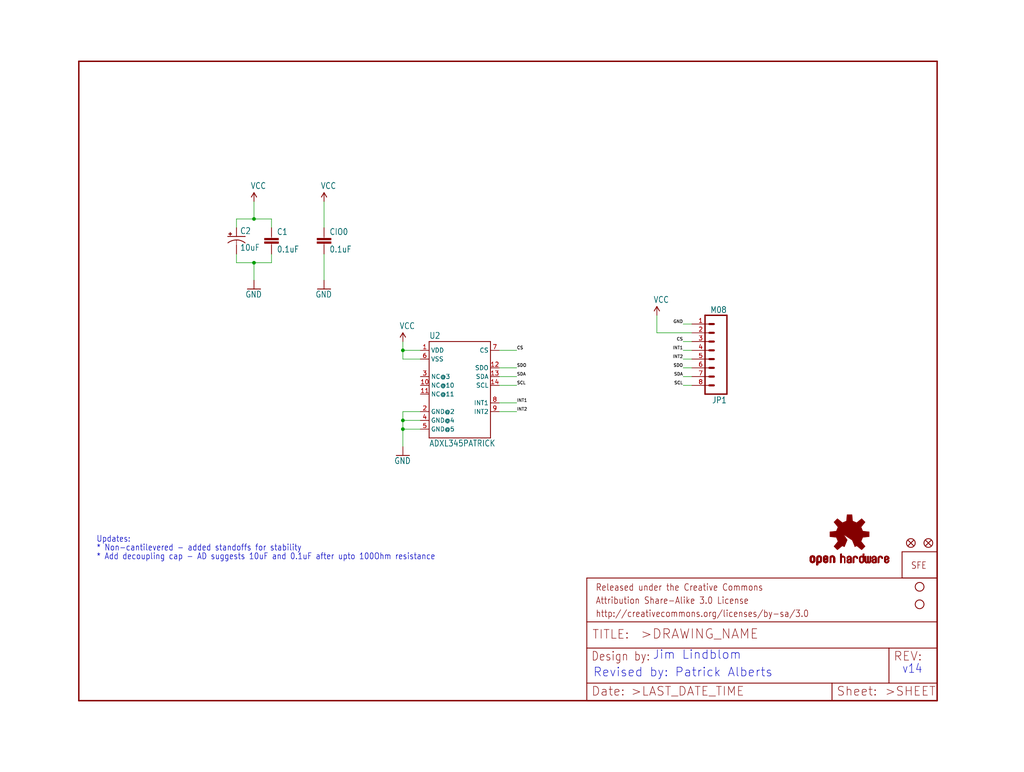
<source format=kicad_sch>
(kicad_sch (version 20211123) (generator eeschema)
  (paper "User" 297.002 223.926)
  (lib_symbols
    (symbol "eagleSchem-eagle-import:ADXL345PATRICK"
      (property "Reference" "U" (at -7.62 13.462 0))
      (property "Value" "ADXL345PATRICK" (at -7.62 -17.78 0))
      (symbol "ADXL345PATRICK_1_0"
        (pin bidirectional line (at -10.16 10.16 0) (length 2.54) (name "VDD") (number "1"))
        (pin bidirectional line (at -10.16 0 0) (length 2.54) (name "NC@10") (number "10"))
        (pin bidirectional line (at -10.16 -2.54 0) (length 2.54) (name "NC@11") (number "11"))
        (pin bidirectional line (at 12.7 5.08 180) (length 2.54) (name "SDO") (number "12"))
        (pin bidirectional line (at 12.7 2.54 180) (length 2.54) (name "SDA") (number "13"))
        (pin bidirectional line (at 12.7 0 180) (length 2.54) (name "SCL") (number "14"))
        (pin bidirectional line (at -10.16 -7.62 0) (length 2.54) (name "GND@2") (number "2"))
        (pin bidirectional line (at -10.16 2.54 0) (length 2.54) (name "NC@3") (number "3"))
        (pin bidirectional line (at -10.16 -10.16 0) (length 2.54) (name "GND@4") (number "4"))
        (pin bidirectional line (at -10.16 -12.7 0) (length 2.54) (name "GND@5") (number "5"))
        (pin bidirectional line (at -10.16 7.62 0) (length 2.54) (name "VSS") (number "6"))
        (pin bidirectional line (at 12.7 10.16 180) (length 2.54) (name "CS") (number "7"))
        (pin bidirectional line (at 12.7 -5.08 180) (length 2.54) (name "INT1") (number "8"))
        (pin bidirectional line (at 12.7 -7.62 180) (length 2.54) (name "INT2") (number "9"))
      )
    )
    (symbol "eagleSchem-eagle-import:CAP0603-CAP"
      (property "Reference" "C" (at 1.524 2.921 0))
      (property "Value" "CAP0603-CAP" (at 1.524 -2.159 0))
      (symbol "CAP0603-CAP_1_0"
        (pin passive line (at 0 5.08 270) (length 2.54) (name "1") (number "1"))
        (pin passive line (at 0 -2.54 90) (length 2.54) (name "2") (number "2"))
      )
    )
    (symbol "eagleSchem-eagle-import:CAP_POL1206"
      (property "Reference" "C" (at 1.016 0.635 0))
      (property "Value" "CAP_POL1206" (at 1.016 -4.191 0))
      (symbol "CAP_POL1206_1_0"
        (pin passive line (at 0 2.54 270) (length 2.54) (name "+") (number "A"))
        (pin passive line (at 0 -5.08 90) (length 2.54) (name "-") (number "C"))
      )
    )
    (symbol "eagleSchem-eagle-import:FIDUCIAL1X2")
    (symbol "eagleSchem-eagle-import:FRAME-LETTER"
      (symbol "FRAME-LETTER_2_0"
        (text ">DRAWING_NAME" (at 15.494 17.78 0) (effects (font (size 2.7432 2.7432)) (justify left bottom)))
        (text ">LAST_DATE_TIME" (at 12.7 1.27 0) (effects (font (size 2.54 2.54)) (justify left bottom)))
        (text ">SHEET" (at 86.36 1.27 0) (effects (font (size 2.54 2.54)) (justify left bottom)))
        (text "Attribution Share-Alike 3.0 License" (at 2.54 27.94 0) (effects (font (size 1.9304 1.6408)) (justify left bottom)))
        (text "Date:" (at 1.27 1.27 0) (effects (font (size 2.54 2.54)) (justify left bottom)))
        (text "Design by:" (at 1.27 11.43 0) (effects (font (size 2.54 2.159)) (justify left bottom)))
        (text "http://creativecommons.org/licenses/by-sa/3.0" (at 2.54 24.13 0) (effects (font (size 1.9304 1.6408)) (justify left bottom)))
        (text "Released under the Creative Commons" (at 2.54 31.75 0) (effects (font (size 1.9304 1.6408)) (justify left bottom)))
        (text "REV:" (at 88.9 11.43 0) (effects (font (size 2.54 2.54)) (justify left bottom)))
        (text "Sheet:" (at 72.39 1.27 0) (effects (font (size 2.54 2.54)) (justify left bottom)))
        (text "TITLE:" (at 1.524 17.78 0) (effects (font (size 2.54 2.54)) (justify left bottom)))
      )
    )
    (symbol "eagleSchem-eagle-import:GND" (power)
      (property "Value" "GND" (at -2.54 -2.54 0))
      (symbol "GND_1_0"
        (pin power_in line (at 0 2.54 270) (length 2.54) (name "GND") (number "1"))
      )
    )
    (symbol "eagleSchem-eagle-import:LOGO-SFENEW"
      (symbol "LOGO-SFENEW_1_0"
        (text "SFE" (at 0 0 0) (effects (font (size 1.9304 1.6408)) (justify left bottom)))
      )
    )
    (symbol "eagleSchem-eagle-import:M08"
      (property "Reference" "JP" (at -5.08 13.462 0))
      (property "Value" "M08" (at -5.08 -12.7 0))
      (symbol "M08_1_0"
        (pin passive line (at 5.08 -7.62 180) (length 5.08) (name "1") (number "1"))
        (pin passive line (at 5.08 -5.08 180) (length 5.08) (name "2") (number "2"))
        (pin passive line (at 5.08 -2.54 180) (length 5.08) (name "3") (number "3"))
        (pin passive line (at 5.08 0 180) (length 5.08) (name "4") (number "4"))
        (pin passive line (at 5.08 2.54 180) (length 5.08) (name "5") (number "5"))
        (pin passive line (at 5.08 5.08 180) (length 5.08) (name "6") (number "6"))
        (pin passive line (at 5.08 7.62 180) (length 5.08) (name "7") (number "7"))
        (pin passive line (at 5.08 10.16 180) (length 5.08) (name "8") (number "8"))
      )
    )
    (symbol "eagleSchem-eagle-import:OSHW-LOGOS")
    (symbol "eagleSchem-eagle-import:STAND-OFF")
    (symbol "eagleSchem-eagle-import:VCC" (power)
      (property "Value" "VCC" (at -1.016 3.556 0))
      (symbol "VCC_1_0"
        (pin power_in line (at 0 0 90) (length 2.54) (name "VCC") (number "1"))
      )
    )
  )
  (junction (at 116.84 101.6))
  (junction (at 73.66 63.5))
  (junction (at 116.84 121.92))
  (junction (at 73.66 76.2))
  (junction (at 116.84 124.46))
  (wire (pts (xy 121.92 119.38) (xy 116.84 119.38)))
  (wire (pts (xy 93.98 81.28) (xy 93.98 73.66)))
  (wire (pts (xy 190.5 96.52) (xy 200.66 96.52)))
  (wire (pts (xy 144.78 106.68) (xy 149.86 106.68)))
  (wire (pts (xy 200.66 104.14) (xy 198.12 104.14)))
  (wire (pts (xy 73.66 76.2) (xy 73.66 81.28)))
  (wire (pts (xy 68.58 76.2) (xy 73.66 76.2)))
  (wire (pts (xy 144.78 116.84) (xy 149.86 116.84)))
  (wire (pts (xy 68.58 73.66) (xy 68.58 76.2)))
  (wire (pts (xy 200.66 99.06) (xy 198.12 99.06)))
  (wire (pts (xy 144.78 119.38) (xy 149.86 119.38)))
  (wire (pts (xy 190.5 96.52) (xy 190.5 91.44)))
  (wire (pts (xy 121.92 104.14) (xy 116.84 104.14)))
  (wire (pts (xy 121.92 124.46) (xy 116.84 124.46)))
  (wire (pts (xy 200.66 109.22) (xy 198.12 109.22)))
  (wire (pts (xy 116.84 124.46) (xy 116.84 129.54)))
  (wire (pts (xy 144.78 109.22) (xy 149.86 109.22)))
  (wire (pts (xy 116.84 121.92) (xy 116.84 124.46)))
  (wire (pts (xy 121.92 121.92) (xy 116.84 121.92)))
  (wire (pts (xy 73.66 63.5) (xy 73.66 58.42)))
  (wire (pts (xy 78.74 63.5) (xy 73.66 63.5)))
  (wire (pts (xy 200.66 101.6) (xy 198.12 101.6)))
  (wire (pts (xy 116.84 101.6) (xy 116.84 99.06)))
  (wire (pts (xy 200.66 106.68) (xy 198.12 106.68)))
  (wire (pts (xy 78.74 66.04) (xy 78.74 63.5)))
  (wire (pts (xy 78.74 76.2) (xy 73.66 76.2)))
  (wire (pts (xy 78.74 73.66) (xy 78.74 76.2)))
  (wire (pts (xy 200.66 93.98) (xy 198.12 93.98)))
  (wire (pts (xy 68.58 63.5) (xy 73.66 63.5)))
  (wire (pts (xy 116.84 119.38) (xy 116.84 121.92)))
  (wire (pts (xy 200.66 111.76) (xy 198.12 111.76)))
  (wire (pts (xy 68.58 66.04) (xy 68.58 63.5)))
  (wire (pts (xy 144.78 111.76) (xy 149.86 111.76)))
  (wire (pts (xy 121.92 101.6) (xy 116.84 101.6)))
  (wire (pts (xy 116.84 104.14) (xy 116.84 101.6)))
  (wire (pts (xy 144.78 101.6) (xy 149.86 101.6)))
  (wire (pts (xy 93.98 66.04) (xy 93.98 58.42)))
  (text "Revised by: Patrick Alberts" (at 171.958 196.596 180) (effects (font (size 2.54 2.54)) (justify left bottom)))
  (text "* Add decoupling cap - AD suggests 10uF and 0.1uF after upto 100Ohm resistance" (at 27.94 162.56 0) (effects (font (size 1.778 1.5113)) (justify left bottom)))
  (text "* Non-cantilevered - added standoffs for stability" (at 27.94 160.02 0) (effects (font (size 1.778 1.5113)) (justify left bottom)))
  (text "Updates:" (at 27.94 157.48 180) (effects (font (size 1.778 1.5113)) (justify left bottom)))
  (text "Jim Lindblom" (at 189.23 191.516 180) (effects (font (size 2.54 2.54)) (justify left bottom)))
  (text "v14" (at 261.62 195.58 180) (effects (font (size 2.54 2.159)) (justify left bottom)))
  (label "SDO" (at 149.86 106.68 0) (effects (font (size 0.889 0.889))))
  (label "INT2" (at 149.86 119.38 0) (effects (font (size 0.889 0.889))))
  (label "INT2" (at 198.12 104.14 180) (effects (font (size 0.889 0.889))))
  (label "GND" (at 198.12 93.98 180) (effects (font (size 0.889 0.889))))
  (label "SDO" (at 198.12 106.68 180) (effects (font (size 0.889 0.889))))
  (label "SCL" (at 198.12 111.76 180) (effects (font (size 0.889 0.889))))
  (label "SDA" (at 149.86 109.22 0) (effects (font (size 0.889 0.889))))
  (label "SDA" (at 198.12 109.22 180) (effects (font (size 0.889 0.889))))
  (label "CS" (at 198.12 99.06 180) (effects (font (size 0.889 0.889))))
  (label "SCL" (at 149.86 111.76 0) (effects (font (size 0.889 0.889))))
  (label "INT1" (at 149.86 116.84 0) (effects (font (size 0.889 0.889))))
  (label "CS" (at 149.86 101.6 0) (effects (font (size 0.889 0.889))))
  (label "INT1" (at 198.12 101.6 180) (effects (font (size 0.889 0.889))))
  (symbol (lib_id "eagleSchem-eagle-import:VCC") (at 190.5 91.44 0) (unit 1)
    (property "Reference" "#P+3" (effects hide))
    (property "Value" "VCC" (at 189.484 87.884 0) (effects (font (size 1.778 1.5113)) (justify left bottom)))
    (property "Footprint" "eagleSchem:" (effects hide))
  )
  (symbol (lib_id "eagleSchem-eagle-import:CAP0603-CAP") (at 93.98 71.12 0) (unit 1)
    (property "Reference" "CIO0" (at 95.504 68.199 0) (effects (font (size 1.778 1.5113)) (justify left bottom)))
    (property "Value" "0.1uF" (at 95.504 73.279 0) (effects (font (size 1.778 1.5113)) (justify left bottom)))
    (property "Footprint" "eagleSchem:0603-CAP" (effects hide))
  )
  (symbol (lib_id "eagleSchem-eagle-import:GND") (at 73.66 83.82 0) (unit 1)
    (property "Reference" "#GND3" (effects hide))
    (property "Value" "GND" (at 71.12 86.36 0) (effects (font (size 1.778 1.5113)) (justify left bottom)))
    (property "Footprint" "eagleSchem:" (effects hide))
  )
  (symbol (lib_id "eagleSchem-eagle-import:LOGO-SFENEW") (at 264.16 165.1 0) (unit 1)
    (property "Reference" "U$2" (effects hide))
    (property "Value" "LOGO-SFENEW" (effects hide))
    (property "Footprint" "eagleSchem:SFE-NEW-WEBLOGO" (effects hide))
  )
  (symbol (lib_id "eagleSchem-eagle-import:FIDUCIAL1X2") (at 264.16 157.48 0) (unit 1)
    (property "Reference" "JP4" (effects hide))
    (property "Value" "FIDUCIAL1X2" (effects hide))
    (property "Footprint" "eagleSchem:FIDUCIAL-1X2" (effects hide))
  )
  (symbol (lib_id "eagleSchem-eagle-import:VCC") (at 93.98 58.42 0) (unit 1)
    (property "Reference" "#P+4" (effects hide))
    (property "Value" "VCC" (at 92.964 54.864 0) (effects (font (size 1.778 1.5113)) (justify left bottom)))
    (property "Footprint" "eagleSchem:" (effects hide))
  )
  (symbol (lib_id "eagleSchem-eagle-import:GND") (at 116.84 132.08 0) (unit 1)
    (property "Reference" "#GND1" (effects hide))
    (property "Value" "GND" (at 114.3 134.62 0) (effects (font (size 1.778 1.5113)) (justify left bottom)))
    (property "Footprint" "eagleSchem:" (effects hide))
  )
  (symbol (lib_id "eagleSchem-eagle-import:FRAME-LETTER") (at 170.18 203.2 0) (unit 2)
    (property "Reference" "#FRAME2" (effects hide))
    (property "Value" "FRAME-LETTER" (effects hide))
    (property "Footprint" "eagleSchem:" (effects hide))
  )
  (symbol (lib_id "eagleSchem-eagle-import:FIDUCIAL1X2") (at 269.24 157.48 0) (unit 1)
    (property "Reference" "JP5" (effects hide))
    (property "Value" "FIDUCIAL1X2" (effects hide))
    (property "Footprint" "eagleSchem:FIDUCIAL-1X2" (effects hide))
  )
  (symbol (lib_id "eagleSchem-eagle-import:VCC") (at 73.66 58.42 0) (unit 1)
    (property "Reference" "#P+1" (effects hide))
    (property "Value" "VCC" (at 72.644 54.864 0) (effects (font (size 1.778 1.5113)) (justify left bottom)))
    (property "Footprint" "eagleSchem:" (effects hide))
  )
  (symbol (lib_id "eagleSchem-eagle-import:M08") (at 205.74 101.6 180) (unit 1)
    (property "Reference" "JP1" (at 210.82 115.062 0) (effects (font (size 1.778 1.5113)) (justify left bottom)))
    (property "Value" "M08" (at 210.82 88.9 0) (effects (font (size 1.778 1.5113)) (justify left bottom)))
    (property "Footprint" "eagleSchem:1X08" (effects hide))
  )
  (symbol (lib_id "eagleSchem-eagle-import:ADXL345PATRICK") (at 132.08 111.76 0) (unit 1)
    (property "Reference" "U2" (at 124.46 98.298 0) (effects (font (size 1.778 1.5113)) (justify left bottom)))
    (property "Value" "ADXL345PATRICK" (at 124.46 129.54 0) (effects (font (size 1.778 1.5113)) (justify left bottom)))
    (property "Footprint" "eagleSchem:LGA14_1_1_PATRICK" (effects hide))
  )
  (symbol (lib_id "eagleSchem-eagle-import:VCC") (at 116.84 99.06 0) (unit 1)
    (property "Reference" "#P+2" (effects hide))
    (property "Value" "VCC" (at 115.824 95.504 0) (effects (font (size 1.778 1.5113)) (justify left bottom)))
    (property "Footprint" "eagleSchem:" (effects hide))
  )
  (symbol (lib_id "eagleSchem-eagle-import:STAND-OFF") (at 266.7 170.18 0) (unit 1)
    (property "Reference" "JP2" (effects hide))
    (property "Value" "STAND-OFF" (effects hide))
    (property "Footprint" "eagleSchem:STAND-OFF" (effects hide))
  )
  (symbol (lib_id "eagleSchem-eagle-import:CAP_POL1206") (at 68.58 68.58 0) (unit 1)
    (property "Reference" "C2" (at 69.596 67.945 0) (effects (font (size 1.778 1.5113)) (justify left bottom)))
    (property "Value" "10uF" (at 69.596 72.771 0) (effects (font (size 1.778 1.5113)) (justify left bottom)))
    (property "Footprint" "eagleSchem:EIA3216" (effects hide))
  )
  (symbol (lib_id "eagleSchem-eagle-import:OSHW-LOGOS") (at 246.38 154.94 0) (unit 1)
    (property "Reference" "U$3" (effects hide))
    (property "Value" "OSHW-LOGOS" (effects hide))
    (property "Footprint" "eagleSchem:OSHW-LOGO-S" (effects hide))
  )
  (symbol (lib_id "eagleSchem-eagle-import:CAP0603-CAP") (at 78.74 71.12 0) (unit 1)
    (property "Reference" "C1" (at 80.264 68.199 0) (effects (font (size 1.778 1.5113)) (justify left bottom)))
    (property "Value" "0.1uF" (at 80.264 73.279 0) (effects (font (size 1.778 1.5113)) (justify left bottom)))
    (property "Footprint" "eagleSchem:0603-CAP" (effects hide))
  )
  (symbol (lib_id "eagleSchem-eagle-import:STAND-OFF") (at 266.7 175.26 0) (unit 1)
    (property "Reference" "JP3" (effects hide))
    (property "Value" "STAND-OFF" (effects hide))
    (property "Footprint" "eagleSchem:STAND-OFF" (effects hide))
  )
  (symbol (lib_id "eagleSchem-eagle-import:GND") (at 93.98 83.82 0) (unit 1)
    (property "Reference" "#GND4" (effects hide))
    (property "Value" "GND" (at 91.44 86.36 0) (effects (font (size 1.778 1.5113)) (justify left bottom)))
    (property "Footprint" "eagleSchem:" (effects hide))
  )
  (symbol (lib_id "eagleSchem-eagle-import:FRAME-LETTER") (at 22.86 203.2 0) (unit 1)
    (property "Reference" "#FRAME2" (effects hide))
    (property "Value" "FRAME-LETTER" (effects hide))
    (property "Footprint" "eagleSchem:" (effects hide))
  )
)
</source>
